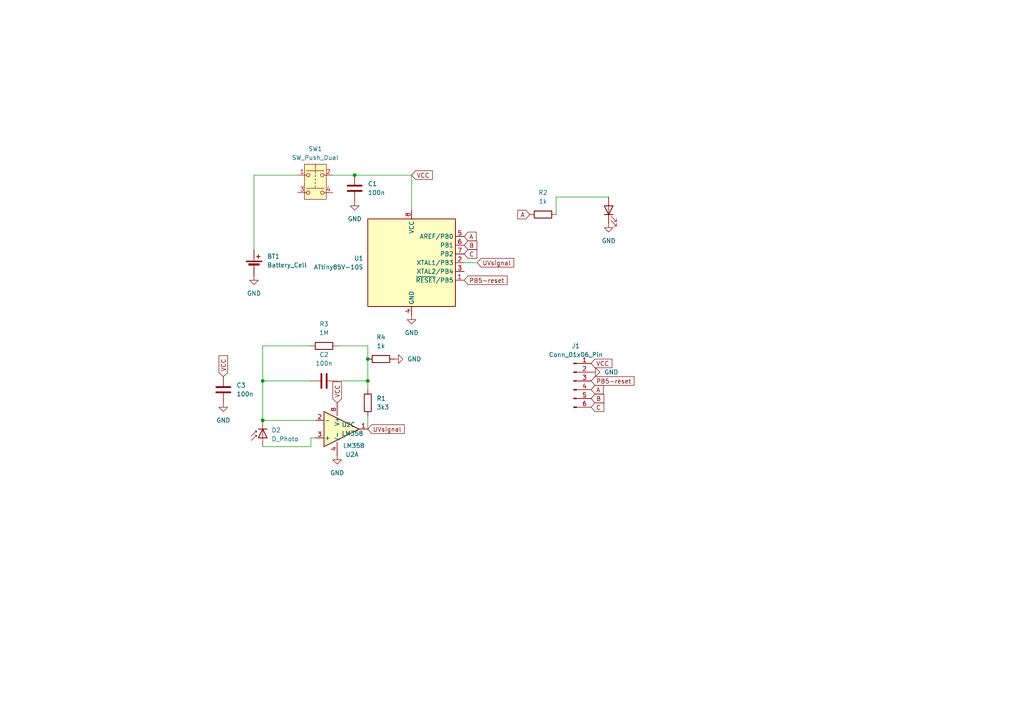
<source format=kicad_sch>
(kicad_sch (version 20231120) (generator "eeschema") (generator_version "8.0")
  (paper "A4")
  (lib_symbols
    (symbol "Amplifier_Operational:LM358" (pin_names (offset 0.127))
      (property "Reference" "U" (at 0 5.08 0))
      (property "Value" "LM358" (at 0 -5.08 0))
      (symbol "LM358_1_1"
        (polyline (pts (xy -5.08 5.08) (xy 5.08 0) (xy -5.08 -5.08) (xy -5.08 5.08)) (stroke (width 0.254)) (fill (type background)))
        (pin output line (at 7.62 0 180) (length 2.54) (name "~") (number "1"))
        (pin input line (at -7.62 -2.54 0) (length 2.54) (name "-") (number "2"))
        (pin input line (at -7.62 2.54 0) (length 2.54) (name "+") (number "3"))
      )
      (symbol "LM358_2_1"
        (polyline (pts (xy -5.08 5.08) (xy 5.08 0) (xy -5.08 -5.08) (xy -5.08 5.08)) (stroke (width 0.254)) (fill (type background)))
        (pin input line (at -7.62 2.54 0) (length 2.54) (name "+") (number "5"))
        (pin input line (at -7.62 -2.54 0) (length 2.54) (name "-") (number "6"))
        (pin output line (at 7.62 0 180) (length 2.54) (name "~") (number "7"))
      )
      (symbol "LM358_3_1"
        (pin power_in line (at -2.54 -7.62 90) (length 3.81) (name "V-") (number "4"))
        (pin power_in line (at -2.54 7.62 270) (length 3.81) (name "V+") (number "8"))
      )
    )
    (symbol "Connector:Conn_01x06_Pin" (pin_names (offset 1.016) hide)
      (property "Reference" "J" (at 0 7.62 0))
      (property "Value" "Conn_01x06_Pin" (at 0 -10.16 0))
      (symbol "Conn_01x06_Pin_1_1"
        (polyline (pts (xy 1.27 -7.62) (xy 0.8636 -7.62)) (stroke (width 0.1524)))
        (polyline (pts (xy 1.27 -5.08) (xy 0.8636 -5.08)) (stroke (width 0.1524)))
        (polyline (pts (xy 1.27 -2.54) (xy 0.8636 -2.54)) (stroke (width 0.1524)))
        (polyline (pts (xy 1.27 0) (xy 0.8636 0)) (stroke (width 0.1524)))
        (polyline (pts (xy 1.27 2.54) (xy 0.8636 2.54)) (stroke (width 0.1524)))
        (polyline (pts (xy 1.27 5.08) (xy 0.8636 5.08)) (stroke (width 0.1524)))
        (rectangle (start 0.8636 -7.493) (end 0 -7.747) (stroke (width 0.1524)) (fill (type outline)))
        (rectangle (start 0.8636 -4.953) (end 0 -5.207) (stroke (width 0.1524)) (fill (type outline)))
        (rectangle (start 0.8636 -2.413) (end 0 -2.667) (stroke (width 0.1524)) (fill (type outline)))
        (rectangle (start 0.8636 0.127) (end 0 -0.127) (stroke (width 0.1524)) (fill (type outline)))
        (rectangle (start 0.8636 2.667) (end 0 2.413) (stroke (width 0.1524)) (fill (type outline)))
        (rectangle (start 0.8636 5.207) (end 0 4.953) (stroke (width 0.1524)) (fill (type outline)))
        (pin passive line (at 5.08 5.08 180) (length 3.81) (name "Pin_1") (number "1"))
        (pin passive line (at 5.08 2.54 180) (length 3.81) (name "Pin_2") (number "2"))
        (pin passive line (at 5.08 0 180) (length 3.81) (name "Pin_3") (number "3"))
        (pin passive line (at 5.08 -2.54 180) (length 3.81) (name "Pin_4") (number "4"))
        (pin passive line (at 5.08 -5.08 180) (length 3.81) (name "Pin_5") (number "5"))
        (pin passive line (at 5.08 -7.62 180) (length 3.81) (name "Pin_6") (number "6"))
      )
    )
    (symbol "Device:Battery_Cell" (pin_numbers hide) (pin_names (offset 0) hide)
      (property "Reference" "BT" (at 2.54 2.54 0))
      (property "Value" "Battery_Cell" (at 2.54 0 0))
      (symbol "Battery_Cell_0_1"
        (rectangle (start -2.286 1.778) (end 2.286 1.524) (fill (type outline)))
        (rectangle (start -1.524 1.016) (end 1.524 0.508) (fill (type outline)))
        (polyline (pts (xy 0 0.762) (xy 0 0)))
        (polyline (pts (xy 0 1.778) (xy 0 2.54)))
        (polyline (pts (xy 0.762 3.048) (xy 1.778 3.048)) (stroke (width 0.254)))
        (polyline (pts (xy 1.27 3.556) (xy 1.27 2.54)) (stroke (width 0.254)))
      )
      (symbol "Battery_Cell_1_1"
        (pin passive line (at 0 5.08 270) (length 2.54) (name "+") (number "1"))
        (pin passive line (at 0 -2.54 90) (length 2.54) (name "-") (number "2"))
      )
    )
    (symbol "Device:C" (pin_numbers hide) (pin_names (offset 0.254))
      (property "Reference" "C" (at 0.635 2.54 0))
      (property "Value" "C" (at 0.635 -2.54 0))
      (symbol "C_0_1"
        (polyline (pts (xy -2.032 -0.762) (xy 2.032 -0.762)) (stroke (width 0.508)))
        (polyline (pts (xy -2.032 0.762) (xy 2.032 0.762)) (stroke (width 0.508)))
      )
      (symbol "C_1_1"
        (pin passive line (at 0 3.81 270) (length 2.794) (name "~") (number "1"))
        (pin passive line (at 0 -3.81 90) (length 2.794) (name "~") (number "2"))
      )
    )
    (symbol "Device:D_Photo" (pin_numbers hide) (pin_names hide)
      (property "Reference" "D" (at 0.508 1.778 0))
      (property "Value" "D_Photo" (at -1.016 -2.794 0))
      (symbol "D_Photo_0_1"
        (polyline (pts (xy -2.54 1.27) (xy -2.54 -1.27)) (stroke (width 0.254)))
        (polyline (pts (xy -2.032 1.778) (xy -1.524 1.778)))
        (polyline (pts (xy 0 0) (xy -2.54 0)))
        (polyline (pts (xy -0.508 3.302) (xy -2.032 1.778) (xy -2.032 2.286)))
        (polyline (pts (xy 0 -1.27) (xy 0 1.27) (xy -2.54 0) (xy 0 -1.27)) (stroke (width 0.254)))
        (polyline (pts (xy 0.762 3.302) (xy -0.762 1.778) (xy -0.762 2.286) (xy -0.762 1.778) (xy -0.254 1.778)))
      )
      (symbol "D_Photo_1_1"
        (pin passive line (at -5.08 0 0) (length 2.54) (name "K") (number "1"))
        (pin passive line (at 2.54 0 180) (length 2.54) (name "A") (number "2"))
      )
    )
    (symbol "Device:LED" (pin_numbers hide) (pin_names (offset 1.016) hide)
      (property "Reference" "D" (at 0 2.54 0))
      (property "Value" "LED" (at 0 -2.54 0))
      (symbol "LED_0_1"
        (polyline (pts (xy -1.27 -1.27) (xy -1.27 1.27)) (stroke (width 0.254)))
        (polyline (pts (xy -1.27 0) (xy 1.27 0)))
        (polyline (pts (xy 1.27 -1.27) (xy 1.27 1.27) (xy -1.27 0) (xy 1.27 -1.27)) (stroke (width 0.254)))
        (polyline (pts (xy -3.048 -0.762) (xy -4.572 -2.286) (xy -3.81 -2.286) (xy -4.572 -2.286) (xy -4.572 -1.524)))
        (polyline (pts (xy -1.778 -0.762) (xy -3.302 -2.286) (xy -2.54 -2.286) (xy -3.302 -2.286) (xy -3.302 -1.524)))
      )
      (symbol "LED_1_1"
        (pin passive line (at -3.81 0 0) (length 2.54) (name "K") (number "1"))
        (pin passive line (at 3.81 0 180) (length 2.54) (name "A") (number "2"))
      )
    )
    (symbol "Device:R" (pin_numbers hide) (pin_names (offset 0))
      (property "Reference" "R" (at 2.032 0 90))
      (property "Value" "R" (at 0 0 90))
      (symbol "R_0_1"
        (rectangle (start -1.016 -2.54) (end 1.016 2.54) (stroke (width 0.254)))
      )
      (symbol "R_1_1"
        (pin passive line (at 0 3.81 270) (length 1.27) (name "~") (number "1"))
        (pin passive line (at 0 -3.81 90) (length 1.27) (name "~") (number "2"))
      )
    )
    (symbol "MCU_Microchip_ATtiny:ATtiny85V-10S"
      (property "Reference" "U" (at -12.7 13.97 0))
      (property "Value" "ATtiny85V-10S" (at 2.54 -13.97 0))
      (symbol "ATtiny85V-10S_0_1"
        (rectangle (start -12.7 -12.7) (end 12.7 12.7) (stroke (width 0.254)) (fill (type background)))
      )
      (symbol "ATtiny85V-10S_1_1"
        (pin bidirectional line (at 15.24 -5.08 180) (length 2.54) (name "~{RESET}/PB5") (number "1"))
        (pin bidirectional line (at 15.24 0 180) (length 2.54) (name "XTAL1/PB3") (number "2"))
        (pin bidirectional line (at 15.24 -2.54 180) (length 2.54) (name "XTAL2/PB4") (number "3"))
        (pin power_in line (at 0 -15.24 90) (length 2.54) (name "GND") (number "4"))
        (pin bidirectional line (at 15.24 7.62 180) (length 2.54) (name "AREF/PB0") (number "5"))
        (pin bidirectional line (at 15.24 5.08 180) (length 2.54) (name "PB1") (number "6"))
        (pin bidirectional line (at 15.24 2.54 180) (length 2.54) (name "PB2") (number "7"))
        (pin power_in line (at 0 15.24 270) (length 2.54) (name "VCC") (number "8"))
      )
    )
    (symbol "Switch:SW_Push_Dual" (pin_names (offset 1.016) hide)
      (property "Reference" "SW" (at 0 7.62 0))
      (property "Value" "SW_Push_Dual" (at 0 -6.35 0))
      (symbol "SW_Push_Dual_0_1"
        (circle (center -2.032 -2.54) (radius 0.508))
        (circle (center -2.032 2.54) (radius 0.508))
        (polyline (pts (xy 0 -0.508) (xy 0 -1.016)))
        (polyline (pts (xy 0 0.508) (xy 0 0)))
        (polyline (pts (xy 0 1.016) (xy 0 1.524)))
        (polyline (pts (xy 0 2.032) (xy 0 2.54)))
        (polyline (pts (xy 0 3.048) (xy 0 3.556)))
        (polyline (pts (xy 0 3.81) (xy 0 5.588)))
        (polyline (pts (xy 2.54 -1.27) (xy -2.54 -1.27)))
        (polyline (pts (xy 2.54 3.81) (xy -2.54 3.81)))
        (circle (center 2.032 -2.54) (radius 0.508))
        (circle (center 2.032 2.54) (radius 0.508))
        (pin passive line (at -5.08 2.54 0) (length 2.54) (name "1") (number "1"))
        (pin passive line (at 5.08 2.54 180) (length 2.54) (name "2") (number "2"))
        (pin passive line (at -5.08 -2.54 0) (length 2.54) (name "3") (number "3"))
        (pin passive line (at 5.08 -2.54 180) (length 2.54) (name "4") (number "4"))
      )
      (symbol "SW_Push_Dual_1_1"
        (rectangle (start -3.175 5.715) (end 3.175 -4.445) (fill (type background)))
      )
    )
    (symbol "power:GND" (power) (pin_numbers hide) (pin_names (offset 0) hide)
      (property "Value" "GND" (at 0 -3.81 0))
      (symbol "GND_0_1"
        (polyline (pts (xy 0 0) (xy 0 -1.27) (xy 1.27 -1.27) (xy 0 -2.54) (xy -1.27 -1.27) (xy 0 -1.27)))
      )
      (symbol "GND_1_1"
        (pin power_in line (at 0 0 270) (length 0) (name "~") (number "1"))
      )
    )
  )
  (junction (at 106.68 110.49))
  (junction (at 76.2 110.49))
  (junction (at 106.68 104.14))
  (junction (at 76.2 121.92))
  (junction (at 102.87 50.8))
  (wire (pts (xy 176.53 57.15) (xy 161.29 57.15)))
  (wire (pts (xy 76.2 110.49) (xy 90.17 110.49)))
  (wire (pts (xy 91.44 127) (xy 90.17 127)))
  (wire (pts (xy 106.68 104.14) (xy 106.68 100.33)))
  (wire (pts (xy 138.43 76.2) (xy 134.62 76.2)))
  (wire (pts (xy 106.68 120.65) (xy 106.68 124.46)))
  (wire (pts (xy 119.38 60.96) (xy 119.38 50.8)))
  (wire (pts (xy 90.17 129.54) (xy 76.2 129.54)))
  (wire (pts (xy 102.87 50.8) (xy 96.52 50.8)))
  (wire (pts (xy 76.2 121.92) (xy 91.44 121.92)))
  (wire (pts (xy 76.2 100.33) (xy 76.2 110.49)))
  (wire (pts (xy 90.17 127) (xy 90.17 129.54)))
  (wire (pts (xy 106.68 110.49) (xy 106.68 104.14)))
  (wire (pts (xy 97.79 110.49) (xy 106.68 110.49)))
  (wire (pts (xy 106.68 100.33) (xy 97.79 100.33)))
  (wire (pts (xy 76.2 110.49) (xy 76.2 121.92)))
  (wire (pts (xy 90.17 100.33) (xy 76.2 100.33)))
  (wire (pts (xy 119.38 50.8) (xy 102.87 50.8)))
  (wire (pts (xy 161.29 57.15) (xy 161.29 62.23)))
  (wire (pts (xy 106.68 113.03) (xy 106.68 110.49)))
  (wire (pts (xy 73.66 50.8) (xy 73.66 72.39)))
  (wire (pts (xy 86.36 50.8) (xy 73.66 50.8)))
  (global_label "UVsignal" (shape input) (at 138.43 76.2 0) (property "Intersheetrefs" "${INTERSHEET_REFS}" (effects (hide yes))))
  (global_label "PB5-reset" (shape input) (at 171.45 110.49 0) (property "Intersheetrefs" "${INTERSHEET_REFS}" (effects (hide yes))))
  (global_label "VCC" (shape input) (at 171.45 105.41 0) (property "Intersheetrefs" "${INTERSHEET_REFS}" (effects (hide yes))))
  (global_label "VCC" (shape input) (at 119.38 50.8 0) (property "Intersheetrefs" "${INTERSHEET_REFS}" (effects (hide yes))))
  (global_label "A" (shape input) (at 134.62 68.58 0) (property "Intersheetrefs" "${INTERSHEET_REFS}" (effects (hide yes))))
  (global_label "PB5-reset" (shape input) (at 134.62 81.28 0) (property "Intersheetrefs" "${INTERSHEET_REFS}" (effects (hide yes))))
  (global_label "B" (shape input) (at 134.62 71.12 0) (property "Intersheetrefs" "${INTERSHEET_REFS}" (effects (hide yes))))
  (global_label "C" (shape input) (at 171.45 118.11 0) (property "Intersheetrefs" "${INTERSHEET_REFS}" (effects (hide yes))))
  (global_label "C" (shape input) (at 134.62 73.66 0) (property "Intersheetrefs" "${INTERSHEET_REFS}" (effects (hide yes))))
  (global_label "UVsignal" (shape input) (at 106.68 124.46 0) (property "Intersheetrefs" "${INTERSHEET_REFS}" (effects (hide yes))))
  (global_label "A" (shape input) (at 171.45 113.03 0) (property "Intersheetrefs" "${INTERSHEET_REFS}" (effects (hide yes))))
  (global_label "VCC" (shape input) (at 64.77 109.22 90) (property "Intersheetrefs" "${INTERSHEET_REFS}" (effects (hide yes))))
  (global_label "VCC" (shape input) (at 97.79 116.84 90) (property "Intersheetrefs" "${INTERSHEET_REFS}" (effects (hide yes))))
  (global_label "A" (shape input) (at 153.67 62.23 180) (property "Intersheetrefs" "${INTERSHEET_REFS}" (effects (hide yes))))
  (global_label "B" (shape input) (at 171.45 115.57 0) (property "Intersheetrefs" "${INTERSHEET_REFS}" (effects (hide yes))))
  (symbol (lib_id "Device:Battery_Cell") (at 73.66 77.47 0) (unit 1)
    (property "Reference" "BT1" (at 77.47 74.3584 0) (effects (justify left)))
    (property "Value" "Battery_Cell" (at 77.47 76.8984 0) (effects (justify left)))
    (property "Footprint" "Battery:Battery_Panasonic_CR2032-HFN_Horizontal_CircularHoles" (effects (hide yes)))
    (property "Description" "Single-cell battery" (effects (hide yes)))
  )
  (symbol (lib_id "power:GND") (at 176.53 64.77 0) (unit 1)
    (property "Reference" "#PWR03" (effects (hide yes)))
    (property "Value" "GND" (at 176.53 69.85 0))
    (property "Description" "Power symbol creates a global label with name \"GND\" , ground" (effects (hide yes)))
  )
  (symbol (lib_id "Connector:Conn_01x06_Pin") (at 166.37 110.49 0) (unit 1)
    (property "Reference" "J1" (at 167.005 100.33 0))
    (property "Value" "Conn_01x06_Pin" (at 167.005 102.87 0))
    (property "Footprint" "Connector_PinHeader_2.54mm:PinHeader_1x06_P2.54mm_Vertical" (effects (hide yes)))
    (property "Description" "Generic connector, single row, 01x06, script generated" (effects (hide yes)))
  )
  (symbol (lib_id "Device:R") (at 110.49 104.14 90) (unit 1)
    (property "Reference" "R4" (at 110.49 97.79 90))
    (property "Value" "1k" (at 110.49 100.33 90))
    (property "Footprint" "Resistor_SMD:R_0805_2012Metric" (effects (hide yes)))
    (property "Description" "Resistor" (effects (hide yes)))
  )
  (symbol (lib_id "Device:C") (at 102.87 54.61 0) (unit 1)
    (property "Reference" "C1" (at 106.68 53.3399 0) (effects (justify left)))
    (property "Value" "100n" (at 106.68 55.8799 0) (effects (justify left)))
    (property "Footprint" "Capacitor_SMD:C_0805_2012Metric" (effects (hide yes)))
    (property "Description" "Unpolarized capacitor" (effects (hide yes)))
  )
  (symbol (lib_id "power:GND") (at 73.66 80.01 0) (unit 1)
    (property "Reference" "#PWR01" (effects (hide yes)))
    (property "Value" "GND" (at 73.66 85.09 0))
    (property "Description" "Power symbol creates a global label with name \"GND\" , ground" (effects (hide yes)))
  )
  (symbol (lib_id "MCU_Microchip_ATtiny:ATtiny85V-10S") (at 119.38 76.2 0) (unit 1)
    (property "Reference" "U1" (at 105.41 74.9299 0) (effects (justify right)))
    (property "Value" "ATtiny85V-10S" (at 105.41 77.4699 0) (effects (justify right)))
    (property "Footprint" "Package_SO:SOIC-8W_5.3x5.3mm_P1.27mm" (effects (hide yes)))
    (property "Datasheet" "http://ww1.microchip.com/downloads/en/DeviceDoc/atmel-2586-avr-8-bit-microcontroller-attiny25-attiny45-attiny85_datasheet.pdf" (effects (hide yes)))
    (property "Description" "10MHz, 8kB Flash, 512B SRAM, 512B EEPROM, debugWIRE, SOIC-8W" (effects (hide yes)))
  )
  (symbol (lib_id "power:GND") (at 97.79 132.08 0) (unit 1)
    (property "Reference" "#PWR08" (effects (hide yes)))
    (property "Value" "GND" (at 97.79 137.16 0))
    (property "Description" "Power symbol creates a global label with name \"GND\" , ground" (effects (hide yes)))
  )
  (symbol (lib_id "power:GND") (at 119.38 91.44 0) (unit 1)
    (property "Reference" "#PWR02" (effects (hide yes)))
    (property "Value" "GND" (at 119.38 96.52 0))
    (property "Description" "Power symbol creates a global label with name \"GND\" , ground" (effects (hide yes)))
  )
  (symbol (lib_id "Device:LED") (at 176.53 60.96 90) (unit 1)
    (property "Reference" "D1" (effects (hide yes)))
    (property "Value" "LED" (effects (hide yes)))
    (property "Footprint" "LED_SMD:LED_0805_2012Metric" (effects (hide yes)))
    (property "Description" "Light emitting diode" (effects (hide yes)))
  )
  (symbol (lib_id "power:GND") (at 64.77 116.84 0) (unit 1)
    (property "Reference" "#PWR07" (effects (hide yes)))
    (property "Value" "GND" (at 64.77 121.92 0))
    (property "Description" "Power symbol creates a global label with name \"GND\" , ground" (effects (hide yes)))
  )
  (symbol (lib_id "Switch:SW_Push_Dual") (at 91.44 53.34 0) (unit 1)
    (property "Reference" "SW1" (at 91.44 43.18 0))
    (property "Value" "SW_Push_Dual" (at 91.44 45.72 0))
    (property "Footprint" "Button_Switch_SMD:SW_SPST_PTS810" (effects (hide yes)))
    (property "Description" "Push button switch, generic, symbol, four pins" (effects (hide yes)))
  )
  (symbol (lib_id "Amplifier_Operational:LM358") (at 99.06 124.46 0) (mirror x) (unit 1)
    (property "Reference" "U2" (at 102.108 131.826 0))
    (property "Value" "LM358" (at 102.616 129.286 0))
    (property "Footprint" "Package_SO:SOIC-8W_5.3x5.3mm_P1.27mm" (effects (hide yes)))
    (property "Datasheet" "http://www.ti.com/lit/ds/symlink/lm2904-n.pdf" (effects (hide yes)))
    (property "Description" "Low-Power, Dual Operational Amplifiers, DIP-8/SOIC-8/TO-99-8" (effects (hide yes)))
  )
  (symbol (lib_id "Device:R") (at 157.48 62.23 270) (unit 1)
    (property "Reference" "R2" (at 157.48 55.88 90))
    (property "Value" "1k" (at 157.48 58.42 90))
    (property "Footprint" "Resistor_SMD:R_0805_2012Metric" (effects (hide yes)))
    (property "Description" "Resistor" (effects (hide yes)))
  )
  (symbol (lib_id "power:GND") (at 114.3 104.14 90) (unit 1)
    (property "Reference" "#PWR06" (effects (hide yes)))
    (property "Value" "GND" (at 118.11 104.1399 90) (effects (justify right)))
    (property "Description" "Power symbol creates a global label with name \"GND\" , ground" (effects (hide yes)))
  )
  (symbol (lib_id "Device:C") (at 64.77 113.03 180) (unit 1)
    (property "Reference" "C3" (at 68.58 111.7599 0) (effects (justify right)))
    (property "Value" "100n" (at 68.58 114.2999 0) (effects (justify right)))
    (property "Footprint" "Capacitor_SMD:C_0805_2012Metric" (effects (hide yes)))
    (property "Description" "Unpolarized capacitor" (effects (hide yes)))
  )
  (symbol (lib_id "Device:C") (at 93.98 110.49 90) (unit 1)
    (property "Reference" "C2" (at 93.98 102.87 90))
    (property "Value" "100n" (at 93.98 105.41 90))
    (property "Footprint" "Capacitor_SMD:C_0805_2012Metric" (effects (hide yes)))
    (property "Description" "Unpolarized capacitor" (effects (hide yes)))
  )
  (symbol (lib_id "Device:D_Photo") (at 76.2 127 90) (mirror x) (unit 1)
    (property "Reference" "D2" (at 78.74 124.7774 90) (effects (justify right)))
    (property "Value" "D_Photo" (at 78.74 127.3174 90) (effects (justify right)))
    (property "Footprint" "LED_SMD:LED_PLCC-2_3.4x3.0mm_AK" (effects (hide yes)))
    (property "Description" "Photodiode" (effects (hide yes)))
  )
  (symbol (lib_id "power:GND") (at 102.87 58.42 0) (unit 1)
    (property "Reference" "#PWR05" (effects (hide yes)))
    (property "Value" "GND" (at 102.87 63.5 0))
    (property "Description" "Power symbol creates a global label with name \"GND\" , ground" (effects (hide yes)))
  )
  (symbol (lib_id "Device:R") (at 93.98 100.33 90) (unit 1)
    (property "Reference" "R3" (at 93.98 93.98 90))
    (property "Value" "1M" (at 93.98 96.52 90))
    (property "Footprint" "Resistor_SMD:R_0805_2012Metric" (effects (hide yes)))
    (property "Description" "Resistor" (effects (hide yes)))
  )
  (symbol (lib_id "power:GND") (at 171.45 107.95 90) (unit 1)
    (property "Reference" "#PWR04" (effects (hide yes)))
    (property "Value" "GND" (at 175.26 107.9499 90) (effects (justify right)))
    (property "Description" "Power symbol creates a global label with name \"GND\" , ground" (effects (hide yes)))
  )
  (symbol (lib_id "Amplifier_Operational:LM358") (at 100.33 124.46 0) (unit 3)
    (property "Reference" "U2" (at 99.06 123.1899 0) (effects (justify left)))
    (property "Value" "LM358" (at 99.06 125.7299 0) (effects (justify left)))
    (property "Datasheet" "http://www.ti.com/lit/ds/symlink/lm2904-n.pdf" (effects (hide yes)))
    (property "Description" "Low-Power, Dual Operational Amplifiers, DIP-8/SOIC-8/TO-99-8" (effects (hide yes)))
  )
  (symbol (lib_id "Device:R") (at 106.68 116.84 0) (unit 1)
    (property "Reference" "R1" (at 109.22 115.5699 0) (effects (justify left)))
    (property "Value" "3k3" (at 109.22 118.1099 0) (effects (justify left)))
    (property "Footprint" "Resistor_SMD:R_0805_2012Metric" (effects (hide yes)))
    (property "Description" "Resistor" (effects (hide yes)))
  )
)
</source>
